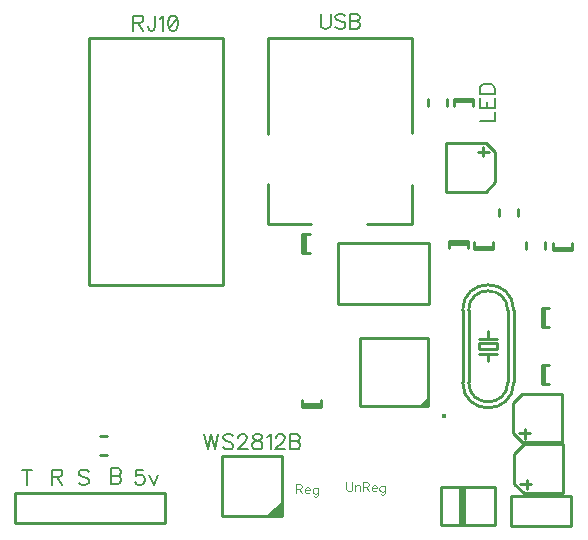
<source format=gbr>
G04 DipTrace 2.4.0.2*
%INTopSilk.gbr*%
%MOIN*%
%ADD10C,0.0098*%
%ADD32O,0.0165X0.0164*%
%ADD94C,0.0077*%
%ADD96C,0.0046*%
%FSLAX44Y44*%
G04*
G70*
G90*
G75*
G01*
%LNTopSilk*%
%LPD*%
X12000Y4250D2*
D10*
X7000D1*
Y5250D1*
X12000D1*
Y4250D1*
X24618Y10767D2*
Y11396D1*
X24543Y10767D2*
Y11396D1*
Y10767D2*
X24779D1*
X24543Y11396D2*
X24779D1*
X24618Y8860D2*
Y9489D1*
X24543Y8860D2*
Y9489D1*
Y8860D2*
X24779D1*
X24543Y9489D2*
X24779D1*
X17180Y8191D2*
X16551D1*
X17180Y8117D2*
X16551D1*
X17180D2*
Y8352D1*
X16551Y8117D2*
Y8352D1*
X25206Y8550D2*
Y6925D1*
X23893D1*
X23581Y7237D1*
X23580Y8237D1*
X23893Y8550D1*
X25206D1*
X23991Y7050D2*
Y7362D1*
X24150Y7237D2*
X23781D1*
X21449Y13552D2*
X22078D1*
X21449Y13627D2*
X22078D1*
X21449D2*
Y13391D1*
X22078Y13627D2*
Y13391D1*
X22926Y13444D2*
X22297D1*
X22926Y13370D2*
X22297D1*
X22926D2*
Y13605D1*
X22297Y13370D2*
Y13605D1*
X25559Y13408D2*
X24930D1*
X25559Y13333D2*
X24930D1*
X25559D2*
Y13569D1*
X24930Y13333D2*
Y13569D1*
X16642Y13253D2*
Y13883D1*
X16567Y13253D2*
Y13883D1*
Y13253D2*
X16803D1*
X16567Y13883D2*
X16803D1*
X21365Y15279D2*
Y16904D1*
X22677D1*
X22990Y16591D1*
X22991Y15591D1*
X22677Y15279D1*
X21365D1*
X22579Y16779D2*
Y16466D1*
X22421Y16591D2*
X22789D1*
X25253Y6866D2*
Y5241D1*
X23941D1*
X23628Y5553D1*
X23627Y6553D1*
X23941Y6866D1*
X25253D1*
X24039Y5366D2*
Y5678D1*
X24197Y5553D2*
X23829D1*
X21187Y5434D2*
X23000D1*
Y4184D1*
X21187D1*
Y5434D1*
X21812Y5371D2*
Y4184D1*
X21937Y5434D2*
Y4246D1*
X21875Y5371D2*
Y4246D1*
X22251Y18380D2*
Y18144D1*
X21622Y18380D2*
Y18144D1*
Y18306D2*
X22251D1*
X21622Y18380D2*
X22251D1*
X17743Y13587D2*
X20774D1*
Y11555D1*
X17743D1*
Y13587D1*
X23526Y5150D2*
X25526D1*
Y4150D1*
X23526D1*
Y5150D1*
X24663Y13365D2*
Y13600D1*
X24034Y13365D2*
Y13600D1*
X10066Y7127D2*
X9831D1*
X10066Y6498D2*
X9831D1*
X20749Y18359D2*
Y18124D1*
X21379Y18359D2*
Y18124D1*
X23758Y14468D2*
Y14704D1*
X23129Y14468D2*
Y14704D1*
X13901Y12162D2*
X9448D1*
Y20416D1*
X13901D1*
Y12162D1*
X20767Y8128D2*
X18483D1*
Y10412D1*
X20767D1*
Y8128D1*
D32*
X21283Y7817D3*
G36*
X20767Y8128D2*
Y8443D1*
X20452Y8128D1*
X20767D1*
G37*
X13887Y6467D2*
D10*
X15887D1*
Y4467D1*
X13887D1*
Y6467D1*
X15887Y4905D2*
X15387Y4467D1*
X15512D2*
X15824Y4780D1*
X15637Y4467D2*
X15887Y4717D1*
X15762Y4530D2*
X15824Y4592D1*
Y4530D2*
X15762Y4592D1*
X20230Y20418D2*
X15426D1*
X20230D2*
Y17229D1*
X15426Y17189D2*
Y20418D1*
X20230Y15496D2*
Y14197D1*
X18733D1*
X16843D2*
X15426D1*
Y15536D1*
X21906Y11328D2*
Y8928D1*
X23606Y11328D2*
Y8928D1*
X22106Y11328D2*
Y8928D1*
X23406D2*
Y11328D1*
X23056Y10228D2*
Y10028D1*
X22456D1*
Y10228D1*
X23056D1*
Y9878D2*
X22756D1*
X22456D1*
X23056Y10378D2*
X22756D1*
X22456D1*
X22756Y9878D2*
Y9628D1*
Y10378D2*
Y10628D1*
X23606Y11328D2*
G03X21906Y11328I-850J0D01*
G01*
Y8928D2*
G03X23606Y8928I850J0D01*
G01*
X23406Y11328D2*
G03X22106Y11328I-650J0D01*
G01*
Y8928D2*
G03X23406Y8928I650J0D01*
G01*
X22475Y17642D2*
D94*
X22978D1*
Y17928D1*
X22475Y18393D2*
Y18083D1*
X22978D1*
Y18393D1*
X22714Y18083D2*
Y18274D1*
X22475Y18548D2*
X22978D1*
Y18715D1*
X22953Y18787D1*
X22906Y18835D1*
X22858Y18859D1*
X22786Y18883D1*
X22666D1*
X22595Y18859D1*
X22547Y18835D1*
X22499Y18787D1*
X22475Y18715D1*
Y18548D1*
X10928Y20909D2*
X11143D1*
X11215Y20933D1*
X11239Y20957D1*
X11263Y21004D1*
Y21052D1*
X11239Y21100D1*
X11215Y21124D1*
X11143Y21148D1*
X10928D1*
Y20646D1*
X11096Y20909D2*
X11263Y20646D1*
X11657Y21148D2*
Y20766D1*
X11633Y20694D1*
X11609Y20670D1*
X11561Y20646D1*
X11513D1*
X11465Y20670D1*
X11442Y20694D1*
X11417Y20766D1*
Y20813D1*
X11811Y21052D2*
X11859Y21076D1*
X11931Y21147D1*
Y20646D1*
X12229Y21147D2*
X12157Y21124D1*
X12109Y21052D1*
X12085Y20932D1*
Y20861D1*
X12109Y20741D1*
X12157Y20669D1*
X12229Y20646D1*
X12277D1*
X12349Y20669D1*
X12396Y20741D1*
X12420Y20861D1*
Y20932D1*
X12396Y21052D1*
X12349Y21124D1*
X12277Y21147D1*
X12229D1*
X12396Y21052D2*
X12109Y20741D1*
X13287Y7199D2*
X13407Y6697D1*
X13527Y7199D1*
X13646Y6697D1*
X13766Y7199D1*
X14255Y7128D2*
X14208Y7176D1*
X14136Y7199D1*
X14040D1*
X13968Y7176D1*
X13920Y7128D1*
Y7080D1*
X13945Y7032D1*
X13968Y7008D1*
X14016Y6984D1*
X14160Y6936D1*
X14208Y6913D1*
X14232Y6888D1*
X14255Y6841D1*
Y6769D1*
X14208Y6721D1*
X14136Y6697D1*
X14040D1*
X13968Y6721D1*
X13920Y6769D1*
X14434Y7080D2*
Y7103D1*
X14458Y7151D1*
X14482Y7175D1*
X14530Y7199D1*
X14625D1*
X14673Y7175D1*
X14697Y7151D1*
X14721Y7103D1*
Y7056D1*
X14697Y7008D1*
X14649Y6936D1*
X14410Y6697D1*
X14745D1*
X15018Y7199D2*
X14947Y7175D1*
X14923Y7128D1*
Y7080D1*
X14947Y7032D1*
X14995Y7008D1*
X15090Y6984D1*
X15162Y6960D1*
X15210Y6912D1*
X15233Y6865D1*
Y6793D1*
X15210Y6745D1*
X15186Y6721D1*
X15114Y6697D1*
X15018D1*
X14947Y6721D1*
X14923Y6745D1*
X14899Y6793D1*
Y6865D1*
X14923Y6912D1*
X14971Y6960D1*
X15042Y6984D1*
X15138Y7008D1*
X15186Y7032D1*
X15210Y7080D1*
Y7128D1*
X15186Y7175D1*
X15114Y7199D1*
X15018D1*
X15388Y7103D2*
X15436Y7128D1*
X15508Y7199D1*
Y6697D1*
X15686Y7080D2*
Y7103D1*
X15710Y7151D1*
X15734Y7175D1*
X15782Y7199D1*
X15878D1*
X15925Y7175D1*
X15949Y7151D1*
X15973Y7103D1*
Y7056D1*
X15949Y7008D1*
X15901Y6936D1*
X15662Y6697D1*
X15997D1*
X16151Y7199D2*
Y6697D1*
X16367D1*
X16439Y6721D1*
X16463Y6745D1*
X16486Y6793D1*
Y6865D1*
X16463Y6913D1*
X16439Y6936D1*
X16367Y6960D1*
X16439Y6984D1*
X16463Y7008D1*
X16486Y7056D1*
Y7104D1*
X16463Y7151D1*
X16439Y7176D1*
X16367Y7199D1*
X16151D1*
Y6960D2*
X16367D1*
X17171Y21211D2*
Y20853D1*
X17195Y20781D1*
X17243Y20733D1*
X17315Y20709D1*
X17362D1*
X17434Y20733D1*
X17482Y20781D1*
X17506Y20853D1*
Y21211D1*
X17995Y21140D2*
X17948Y21188D1*
X17876Y21211D1*
X17780D1*
X17708Y21188D1*
X17660Y21140D1*
Y21092D1*
X17685Y21044D1*
X17708Y21020D1*
X17756Y20996D1*
X17900Y20948D1*
X17948Y20925D1*
X17971Y20900D1*
X17995Y20853D1*
Y20781D1*
X17948Y20733D1*
X17876Y20709D1*
X17780D1*
X17708Y20733D1*
X17660Y20781D1*
X18150Y21211D2*
Y20709D1*
X18365D1*
X18437Y20733D1*
X18461Y20757D1*
X18485Y20805D1*
Y20877D1*
X18461Y20925D1*
X18437Y20948D1*
X18365Y20972D1*
X18437Y20996D1*
X18461Y21020D1*
X18485Y21068D1*
Y21116D1*
X18461Y21163D1*
X18437Y21188D1*
X18365Y21211D1*
X18150D1*
Y20972D2*
X18365D1*
X7394Y6018D2*
Y5516D1*
X7226Y6018D2*
X7561D1*
X8226Y5778D2*
X8441D1*
X8513Y5802D1*
X8538Y5826D1*
X8561Y5873D1*
Y5922D1*
X8538Y5969D1*
X8513Y5993D1*
X8441Y6017D1*
X8226D1*
Y5515D1*
X8394Y5778D2*
X8561Y5515D1*
X9436Y5945D2*
X9389Y5993D1*
X9317Y6017D1*
X9221D1*
X9150Y5993D1*
X9101Y5945D1*
Y5898D1*
X9126Y5850D1*
X9150Y5826D1*
X9197Y5802D1*
X9341Y5754D1*
X9389Y5730D1*
X9413Y5706D1*
X9436Y5658D1*
Y5587D1*
X9389Y5539D1*
X9317Y5515D1*
X9221D1*
X9150Y5539D1*
X9101Y5587D1*
X10187Y6057D2*
Y5554D1*
X10403D1*
X10475Y5578D1*
X10498Y5602D1*
X10522Y5650D1*
Y5722D1*
X10498Y5770D1*
X10475Y5793D1*
X10403Y5817D1*
X10475Y5842D1*
X10498Y5865D1*
X10522Y5913D1*
Y5961D1*
X10498Y6008D1*
X10475Y6033D1*
X10403Y6057D1*
X10187D1*
Y5817D2*
X10403D1*
X11264Y6017D2*
X11025D1*
X11001Y5802D1*
X11025Y5825D1*
X11097Y5850D1*
X11168D1*
X11240Y5825D1*
X11288Y5778D1*
X11312Y5706D1*
Y5658D1*
X11288Y5587D1*
X11240Y5539D1*
X11168Y5515D1*
X11097D1*
X11025Y5539D1*
X11001Y5563D1*
X10977Y5610D1*
X11466Y5850D2*
X11610Y5515D1*
X11753Y5850D1*
X16347Y5382D2*
D96*
X16476D1*
X16519Y5397D1*
X16534Y5411D1*
X16548Y5440D1*
Y5468D1*
X16534Y5497D1*
X16519Y5512D1*
X16476Y5526D1*
X16347D1*
Y5224D1*
X16448Y5382D2*
X16548Y5224D1*
X16641Y5339D2*
X16813D1*
Y5368D1*
X16799Y5397D1*
X16784Y5411D1*
X16755Y5425D1*
X16712D1*
X16684Y5411D1*
X16655Y5382D1*
X16641Y5339D1*
Y5311D1*
X16655Y5267D1*
X16684Y5239D1*
X16712Y5224D1*
X16755D1*
X16784Y5239D1*
X16813Y5267D1*
X17078Y5411D2*
Y5181D1*
X17063Y5138D1*
X17049Y5124D1*
X17020Y5110D1*
X16977D1*
X16949Y5124D1*
X17078Y5368D2*
X17049Y5396D1*
X17020Y5411D1*
X16977D1*
X16949Y5396D1*
X16920Y5368D1*
X16905Y5325D1*
Y5296D1*
X16920Y5253D1*
X16949Y5224D1*
X16977Y5210D1*
X17020D1*
X17049Y5224D1*
X17078Y5253D1*
X18031Y5595D2*
Y5379D1*
X18045Y5336D1*
X18074Y5308D1*
X18117Y5293D1*
X18145D1*
X18188Y5308D1*
X18217Y5336D1*
X18231Y5379D1*
Y5595D1*
X18324Y5494D2*
Y5293D1*
Y5437D2*
X18367Y5480D1*
X18396Y5494D1*
X18439D1*
X18468Y5480D1*
X18482Y5437D1*
Y5293D1*
X18575Y5451D2*
X18704D1*
X18747Y5466D1*
X18761Y5480D1*
X18776Y5508D1*
Y5537D1*
X18761Y5566D1*
X18747Y5580D1*
X18704Y5595D1*
X18575D1*
Y5293D1*
X18675Y5451D2*
X18776Y5293D1*
X18868Y5408D2*
X19040D1*
Y5437D1*
X19026Y5466D1*
X19012Y5480D1*
X18983Y5494D1*
X18940D1*
X18911Y5480D1*
X18882Y5451D1*
X18868Y5408D1*
Y5379D1*
X18882Y5336D1*
X18911Y5308D1*
X18940Y5293D1*
X18983D1*
X19012Y5308D1*
X19040Y5336D1*
X19305Y5480D2*
Y5250D1*
X19291Y5207D1*
X19277Y5193D1*
X19248Y5179D1*
X19205D1*
X19176Y5193D1*
X19305Y5437D2*
X19277Y5465D1*
X19248Y5480D1*
X19205D1*
X19176Y5465D1*
X19147Y5437D1*
X19133Y5394D1*
Y5365D1*
X19147Y5322D1*
X19176Y5293D1*
X19205Y5279D1*
X19248D1*
X19277Y5293D1*
X19305Y5322D1*
M02*

</source>
